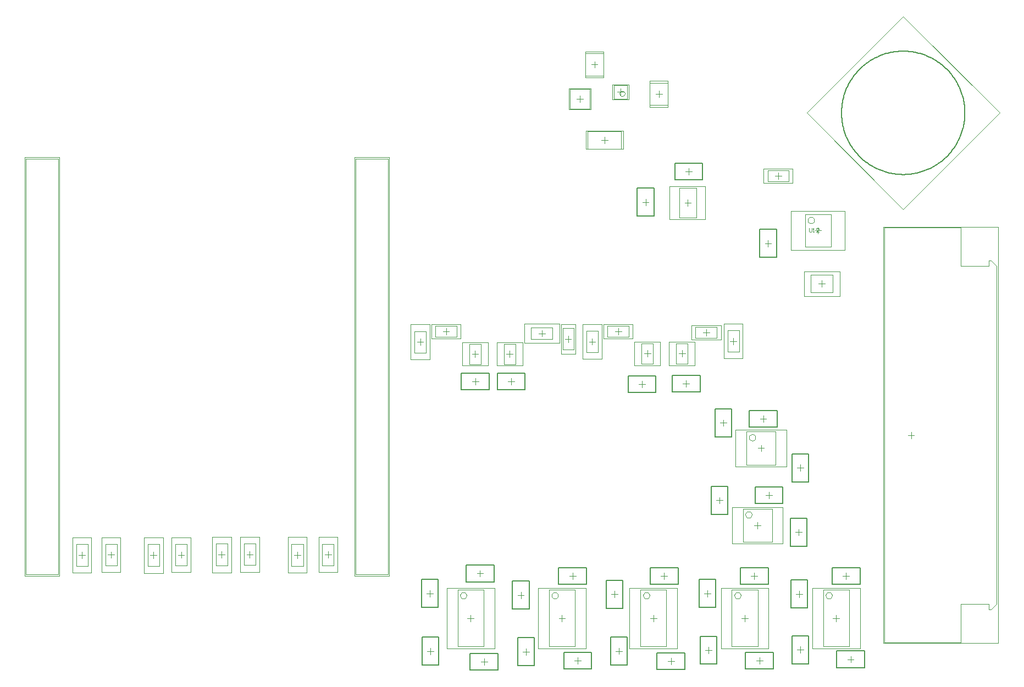
<source format=gm1>
G04*
G04 #@! TF.GenerationSoftware,Altium Limited,Altium Designer,19.0.15 (446)*
G04*
G04 Layer_Color=16711935*
%FSLAX25Y25*%
%MOIN*%
G70*
G01*
G75*
%ADD11C,0.00394*%
%ADD14C,0.00787*%
%ADD17C,0.00197*%
D11*
X483280Y270843D02*
Y268875D01*
X483673Y268481D01*
X484460D01*
X484854Y268875D01*
Y270843D01*
X485641Y268481D02*
X486428D01*
X486034D01*
Y270843D01*
X485641Y270449D01*
X489183Y268481D02*
X487609D01*
X489183Y270056D01*
Y270449D01*
X488790Y270843D01*
X488002D01*
X487609Y270449D01*
X483280Y270843D02*
Y268875D01*
X483673Y268481D01*
X484460D01*
X484854Y268875D01*
Y270843D01*
X485641Y268481D02*
X486428D01*
X486034D01*
Y270843D01*
X485641Y270449D01*
X489183Y268481D02*
X487609D01*
X489183Y270056D01*
Y270449D01*
X488790Y270843D01*
X488002D01*
X487609Y270449D01*
X450787Y143976D02*
X450524Y144961D01*
X449803Y145681D01*
X448819Y145945D01*
X447835Y145681D01*
X447114Y144961D01*
X446850Y143976D01*
X447114Y142992D01*
X447835Y142272D01*
X448819Y142008D01*
X449803Y142272D01*
X450524Y142992D01*
X450787Y143976D01*
X448701Y97165D02*
X448437Y98150D01*
X447717Y98870D01*
X446732Y99134D01*
X445748Y98870D01*
X445027Y98150D01*
X444764Y97165D01*
X445027Y96181D01*
X445748Y95461D01*
X446732Y95197D01*
X447717Y95461D01*
X448437Y96181D01*
X448701Y97165D01*
X371488Y352571D02*
X371187Y353497D01*
X370400Y354069D01*
X369427D01*
X368639Y353497D01*
X368339Y352571D01*
X368639Y351645D01*
X369427Y351073D01*
X370400D01*
X371187Y351645D01*
X371488Y352571D01*
X486417Y275781D02*
X486154Y276765D01*
X485433Y277485D01*
X484449Y277749D01*
X483465Y277485D01*
X482744Y276765D01*
X482480Y275781D01*
X482744Y274796D01*
X483465Y274076D01*
X484449Y273812D01*
X485433Y274076D01*
X486154Y274796D01*
X486417Y275781D01*
X497312Y48156D02*
X497048Y49140D01*
X496328Y49861D01*
X495343Y50125D01*
X494359Y49861D01*
X493639Y49140D01*
X493375Y48156D01*
X493639Y47172D01*
X494359Y46451D01*
X495343Y46188D01*
X496328Y46451D01*
X497048Y47172D01*
X497312Y48156D01*
X441901Y48156D02*
X441638Y49140D01*
X440917Y49861D01*
X439933Y50125D01*
X438948Y49861D01*
X438228Y49140D01*
X437964Y48156D01*
X438228Y47172D01*
X438948Y46451D01*
X439933Y46188D01*
X440917Y46451D01*
X441638Y47172D01*
X441901Y48156D01*
X386491Y48156D02*
X386227Y49140D01*
X385506Y49861D01*
X384522Y50125D01*
X383538Y49861D01*
X382817Y49140D01*
X382554Y48156D01*
X382817Y47172D01*
X383538Y46451D01*
X384522Y46188D01*
X385506Y46451D01*
X386227Y47172D01*
X386491Y48156D01*
X331080D02*
X330816Y49140D01*
X330096Y49861D01*
X329111Y50125D01*
X328127Y49861D01*
X327407Y49140D01*
X327143Y48156D01*
X327407Y47172D01*
X328127Y46451D01*
X329111Y46188D01*
X330096Y46451D01*
X330816Y47172D01*
X331080Y48156D01*
X275669D02*
X275406Y49140D01*
X274685Y49861D01*
X273701Y50125D01*
X272716Y49861D01*
X271996Y49140D01*
X271732Y48156D01*
X271996Y47172D01*
X272716Y46451D01*
X273701Y46188D01*
X274685Y46451D01*
X275406Y47172D01*
X275669Y48156D01*
X386732Y345630D02*
Y359016D01*
X397756Y345630D02*
Y359016D01*
X386732Y345630D02*
X397756D01*
X386732Y359016D02*
X397756D01*
X244036Y195433D02*
Y208425D01*
X250925Y195433D02*
Y208425D01*
X244036Y195433D02*
X250925D01*
X244036Y208425D02*
X250925D01*
X404646Y277323D02*
Y295433D01*
X414882Y277323D02*
Y295433D01*
X404646D02*
X414882D01*
X404646Y277323D02*
X414882D01*
X458130Y305925D02*
X470925D01*
X458130Y299429D02*
X470925D01*
X458130D02*
Y305925D01*
X470925Y299429D02*
Y305925D01*
X381670Y188780D02*
X388757D01*
X381670Y200984D02*
X388757D01*
Y188780D02*
Y200984D01*
X381670Y188780D02*
Y200984D01*
X445276Y127441D02*
X462992D01*
X445276Y147520D02*
X462992D01*
Y127441D02*
Y147520D01*
X445276Y127441D02*
Y147520D01*
X123543Y79567D02*
X130630D01*
X123543Y66181D02*
X130630D01*
Y79567D01*
X123543Y66181D02*
Y79567D01*
X443189Y80630D02*
Y100709D01*
X460906Y80630D02*
Y100709D01*
X443189D02*
X460906D01*
X443189Y80630D02*
X460906D01*
X298167Y188465D02*
Y200669D01*
X305253Y188465D02*
Y200669D01*
X298167D02*
X305253D01*
X298167Y188465D02*
X305253D01*
X277222D02*
Y200669D01*
X284308Y188465D02*
Y200669D01*
X277222D02*
X284308D01*
X277222Y188465D02*
X284308D01*
X402615Y188780D02*
Y200984D01*
X409702Y188780D02*
Y200984D01*
X402615D02*
X409702D01*
X402615Y188780D02*
X409702D01*
X373063Y349421D02*
Y357689D01*
X364795Y349421D02*
Y357689D01*
Y349421D02*
X373063D01*
X364795Y357689D02*
X373063D01*
X338346Y343386D02*
X350157D01*
Y355197D01*
X338346D02*
X350157D01*
X338346Y343386D02*
Y355197D01*
X227886Y61008D02*
Y313016D01*
X208398D02*
X227886D01*
X208398Y61008D02*
Y313016D01*
Y61008D02*
X227886D01*
X497716Y231929D02*
Y242559D01*
X484331Y231929D02*
Y242559D01*
Y231929D02*
X497716D01*
X484331Y242559D02*
X497716D01*
X348976Y319095D02*
Y329724D01*
X369449Y319095D02*
Y329724D01*
X348976D02*
X369449D01*
X348976Y319095D02*
X369449D01*
X480905Y259639D02*
X496654D01*
X480905Y279324D02*
X496654D01*
Y259639D02*
Y279324D01*
X480905Y259639D02*
Y279324D01*
X575628Y247988D02*
X592203D01*
X575274D02*
Y270913D01*
X528819Y271220D02*
X575274D01*
X528818Y19607D02*
X575275D01*
X528819Y19606D02*
Y271220D01*
X575276Y19606D02*
Y42834D01*
X575280Y42838D01*
X592205D01*
X596929Y42834D02*
Y247992D01*
X593780Y251141D02*
X596929Y247992D01*
X592205Y251141D02*
X593780D01*
X592205Y247990D02*
Y251141D01*
X593780Y39685D02*
X596929Y42834D01*
X592205Y39685D02*
X593780D01*
X592205D02*
Y42838D01*
X333798Y197165D02*
X340491D01*
X333798Y210157D02*
X340491D01*
X333798Y197165D02*
Y210157D01*
X340491Y197165D02*
Y210157D01*
X491800Y17152D02*
Y51601D01*
X507548Y17152D02*
Y51601D01*
X491800D02*
X507548D01*
X491800Y17152D02*
X507548D01*
X140650Y79567D02*
X147539D01*
X140650Y66575D02*
X147539D01*
Y79567D01*
X140650Y66575D02*
Y79567D01*
X82205Y65905D02*
Y79291D01*
X89291Y65905D02*
Y79291D01*
X82205Y65905D02*
X89291D01*
X82205Y79291D02*
X89291D01*
X169449Y79409D02*
X176535D01*
X169449Y66024D02*
X176535D01*
Y79409D01*
X169449Y66024D02*
Y79409D01*
X188090Y79410D02*
X194980D01*
X188090Y66418D02*
X194980D01*
Y79410D01*
X188090Y66418D02*
Y79410D01*
X38858Y79331D02*
X45945D01*
X38858Y65945D02*
X45945D01*
Y79331D01*
X38858Y65945D02*
Y79331D01*
X56594Y79331D02*
X63484D01*
X56594Y66339D02*
X63484D01*
Y79331D01*
X56594Y66339D02*
Y79331D01*
X99035Y79292D02*
X105925D01*
X99035Y66299D02*
X105925D01*
Y79292D01*
X99035Y66299D02*
Y79292D01*
X436389Y17152D02*
Y51601D01*
X452137Y17152D02*
Y51601D01*
X436389D02*
X452137D01*
X436389Y17152D02*
X452137D01*
X380979D02*
Y51601D01*
X396727Y17152D02*
Y51601D01*
X380979D02*
X396727D01*
X380979Y17152D02*
X396727D01*
X325568D02*
Y51601D01*
X341316Y17152D02*
Y51601D01*
X325568D02*
X341316D01*
X325568Y17152D02*
X341316D01*
X270157D02*
Y51601D01*
X285905Y17152D02*
Y51601D01*
X270157D02*
X285905D01*
X270157Y17152D02*
X285905D01*
X374016Y204921D02*
Y211614D01*
X361024Y204921D02*
Y211614D01*
Y204921D02*
X374016D01*
X361024Y211614D02*
X374016D01*
X348327Y208622D02*
X355217D01*
X348327Y195630D02*
X355217D01*
Y208622D01*
X348327Y195630D02*
Y208622D01*
X433957Y208937D02*
X440847D01*
X433957Y195945D02*
X440847D01*
Y208937D01*
X433957Y195945D02*
Y208937D01*
X414449Y204291D02*
Y210984D01*
X427441Y204291D02*
Y210984D01*
X414449D02*
X427441D01*
X414449Y204291D02*
X427441D01*
X269646Y204961D02*
Y211653D01*
X256654Y204961D02*
Y211653D01*
Y204961D02*
X269646D01*
X256654Y211653D02*
X269646D01*
X327695Y203681D02*
Y210571D01*
X314703Y203681D02*
Y210571D01*
Y203681D02*
X327695D01*
X314703Y210571D02*
X327695D01*
X27886Y61008D02*
Y313016D01*
X8398D02*
X27886D01*
X8398Y61008D02*
Y313016D01*
Y61008D02*
X27886D01*
X347638Y363464D02*
X358661D01*
X347638Y376850D02*
X358661D01*
X347638Y363464D02*
Y376850D01*
X358661Y363464D02*
Y376850D01*
X390276Y352323D02*
X394213D01*
X392244Y350354D02*
Y354291D01*
X422362Y12992D02*
Y16929D01*
X420394Y14961D02*
X424331D01*
X367874Y12480D02*
Y16417D01*
X365906Y14449D02*
X369843D01*
X284291Y7992D02*
X288228D01*
X286260Y6024D02*
Y9961D01*
X311732Y12087D02*
Y16024D01*
X309764Y14055D02*
X313701D01*
X245512Y201929D02*
X249449D01*
X247480Y199961D02*
Y203898D01*
X407795Y286378D02*
X411732D01*
X409764Y284409D02*
Y288346D01*
X464528Y300709D02*
Y304646D01*
X462559Y302677D02*
X466496D01*
X408701Y174646D02*
Y178583D01*
X406732Y176614D02*
X410669D01*
X381969Y174449D02*
Y178386D01*
X380000Y176417D02*
X383937D01*
X302638Y176024D02*
Y179961D01*
X300669Y177992D02*
X304606D01*
X280827Y176024D02*
Y179961D01*
X278858Y177992D02*
X282795D01*
X253504Y12365D02*
Y16302D01*
X251535Y14334D02*
X255472D01*
X281811Y61496D02*
X285748D01*
X283780Y59528D02*
Y63465D01*
X340984Y8583D02*
X344921D01*
X342953Y6614D02*
Y10551D01*
X397598Y8228D02*
X401535D01*
X399567Y6260D02*
Y10197D01*
X419528Y49409D02*
X423465D01*
X421496Y47441D02*
Y51378D01*
X503780Y60000D02*
X507717D01*
X505748Y58032D02*
Y61969D01*
X506496Y9449D02*
X510433D01*
X508465Y7480D02*
Y11417D01*
X451220Y8622D02*
X455157D01*
X453189Y6654D02*
Y10591D01*
X478071Y13268D02*
Y17205D01*
X476102Y15236D02*
X480039D01*
X475394Y49094D02*
X479331D01*
X477362Y47126D02*
Y51063D01*
X481902Y340857D02*
X540363Y282396D01*
X481902Y340857D02*
X540363Y399319D01*
X598825Y340857D01*
X540363Y282396D02*
X598825Y340857D01*
X385214Y192913D02*
Y196850D01*
X383245Y194882D02*
X387182D01*
X454134Y135512D02*
Y139449D01*
X452165Y137480D02*
X456102D01*
X448071Y59921D02*
X452008D01*
X450039Y57953D02*
Y61890D01*
X393425Y60000D02*
X397362D01*
X395394Y58032D02*
Y61969D01*
X337874Y59921D02*
X341811D01*
X339843Y57953D02*
Y61890D01*
X458454Y259750D02*
Y263687D01*
X456485Y261719D02*
X460422D01*
X408296Y305301D02*
X412233D01*
X410265Y303333D02*
Y307270D01*
X384134Y284764D02*
Y288701D01*
X382165Y286732D02*
X386102D01*
X127087Y70906D02*
Y74843D01*
X125118Y72874D02*
X129055D01*
X365197Y46929D02*
Y50866D01*
X363228Y48898D02*
X367165D01*
X308465Y46417D02*
Y50354D01*
X306496Y48386D02*
X310433D01*
X253346Y47402D02*
Y51339D01*
X251378Y49370D02*
X255315D01*
X477992Y123583D02*
Y127520D01*
X476024Y125551D02*
X479961D01*
X476969Y84528D02*
Y88465D01*
X475000Y86496D02*
X478937D01*
X453504Y155407D02*
X457441D01*
X455472Y153438D02*
Y157375D01*
X457008Y108937D02*
X460945D01*
X458976Y106969D02*
Y110906D01*
X428858Y103858D02*
Y107795D01*
X426890Y105827D02*
X430827D01*
X431378Y150866D02*
Y154803D01*
X429409Y152835D02*
X433346D01*
X450079Y90669D02*
X454016D01*
X452047Y88701D02*
Y92638D01*
X299741Y194567D02*
X303678D01*
X301710Y192598D02*
Y196535D01*
X278797Y194567D02*
X282734D01*
X280765Y192598D02*
Y196535D01*
X404190Y194882D02*
X408127D01*
X406158Y192913D02*
Y196850D01*
X366961Y353555D02*
X370898D01*
X368929Y351587D02*
Y355524D01*
X344252Y347323D02*
Y351260D01*
X342283Y349291D02*
X346220D01*
X489055Y237244D02*
X492992D01*
X491024Y235276D02*
Y239213D01*
X357244Y324409D02*
X361181D01*
X359213Y322441D02*
Y326378D01*
X488780Y267513D02*
Y271450D01*
X486811Y269481D02*
X490748D01*
X545128Y143444D02*
Y147381D01*
X543159Y145413D02*
X547096D01*
X337145Y201693D02*
Y205630D01*
X335176Y203661D02*
X339113D01*
X497706Y34377D02*
X501643D01*
X499674Y32408D02*
Y36345D01*
X144094Y71103D02*
Y75040D01*
X142126Y73071D02*
X146063D01*
X83780Y72598D02*
X87717D01*
X85748Y70630D02*
Y74567D01*
X172992Y70748D02*
Y74685D01*
X171024Y72716D02*
X174961D01*
X191535Y70945D02*
Y74882D01*
X189567Y72914D02*
X193504D01*
X42402Y70669D02*
Y74606D01*
X40433Y72638D02*
X44370D01*
X60039Y70866D02*
Y74803D01*
X58071Y72835D02*
X62008D01*
X102480Y70827D02*
Y74764D01*
X100512Y72795D02*
X104449D01*
X442295Y34377D02*
X446232D01*
X444263Y32408D02*
Y36345D01*
X386884Y34377D02*
X390821D01*
X388853Y32408D02*
Y36345D01*
X331474Y34377D02*
X335411D01*
X333442Y32408D02*
Y36345D01*
X276063Y34377D02*
X280000D01*
X278031Y32408D02*
Y36345D01*
X365551Y208268D02*
X369488D01*
X367520Y206299D02*
Y210236D01*
X351772Y200158D02*
Y204095D01*
X349803Y202126D02*
X353740D01*
X437402Y200472D02*
Y204409D01*
X435433Y202441D02*
X439370D01*
X418976Y207638D02*
X422913D01*
X420945Y205669D02*
Y209606D01*
X261181Y208307D02*
X265118D01*
X263150Y206339D02*
Y210276D01*
X319231Y207126D02*
X323168D01*
X321199Y205157D02*
Y209094D01*
X353150Y368189D02*
Y372126D01*
X351181Y370157D02*
X355118D01*
D14*
X566810Y314410D02*
X567505Y315124D01*
X568180Y315856D01*
X568836Y316605D01*
X569471Y317371D01*
X570086Y318155D01*
X570680Y318954D01*
X571252Y319769D01*
X571803Y320599D01*
X572331Y321443D01*
X572836Y322301D01*
X573319Y323171D01*
X573778Y324055D01*
X574214Y324951D01*
X574625Y325857D01*
X575012Y326775D01*
X575375Y327702D01*
X575713Y328639D01*
X576025Y329584D01*
X576313Y330537D01*
X576575Y331498D01*
X576811Y332465D01*
X577022Y333439D01*
X577206Y334417D01*
X577364Y335400D01*
X577497Y336387D01*
X577602Y337377D01*
X577682Y338370D01*
X577735Y339364D01*
X577761Y340359D01*
Y341355D01*
X577735Y342351D01*
X577682Y343345D01*
X577602Y344337D01*
X577497Y345327D01*
X577364Y346315D01*
X577206Y347298D01*
X577022Y348276D01*
X576811Y349249D01*
X576575Y350217D01*
X576313Y351177D01*
X576025Y352131D01*
X575713Y353076D01*
X575375Y354013D01*
X575012Y354940D01*
X574625Y355857D01*
X574214Y356764D01*
X573778Y357660D01*
X573319Y358543D01*
X572836Y359414D01*
X572331Y360272D01*
X571803Y361116D01*
X571252Y361946D01*
X570680Y362761D01*
X570086Y363560D01*
X569471Y364343D01*
X568836Y365110D01*
X568180Y365859D01*
X567505Y366591D01*
X566810Y367304D01*
X566097Y367999D01*
X565365Y368674D01*
X564616Y369330D01*
X563849Y369966D01*
X563066Y370580D01*
X562267Y371174D01*
X561452Y371746D01*
X560622Y372297D01*
X559778Y372825D01*
X558920Y373331D01*
X558049Y373813D01*
X557165Y374272D01*
X556270Y374708D01*
X555363Y375119D01*
X554446Y375506D01*
X553518Y375869D01*
X552582Y376207D01*
X551637Y376519D01*
X550683Y376807D01*
X549722Y377069D01*
X548755Y377305D01*
X547782Y377516D01*
X546804Y377700D01*
X545820Y377859D01*
X544834Y377991D01*
X543843Y378097D01*
X542851Y378176D01*
X541856Y378229D01*
X540861Y378256D01*
X539865Y378256D01*
X538870Y378229D01*
X537876Y378176D01*
X536883Y378097D01*
X535893Y377991D01*
X534906Y377859D01*
X533923Y377700D01*
X532945Y377516D01*
X531971Y377305D01*
X531004Y377069D01*
X530043Y376807D01*
X529090Y376520D01*
X528145Y376207D01*
X527208Y375869D01*
X526281Y375506D01*
X525363Y375119D01*
X524457Y374708D01*
X523561Y374272D01*
X522677Y373813D01*
X521806Y373331D01*
X520949Y372825D01*
X520104Y372297D01*
X519275Y371747D01*
X518460Y371174D01*
X517661Y370581D01*
X516877Y369966D01*
X516111Y369330D01*
X515361Y368674D01*
X514630Y367999D01*
X513916Y367304D01*
X513916Y367304D02*
X513222Y366591D01*
X512546Y365859D01*
X511890Y365110D01*
X511255Y364343D01*
X510640Y363560D01*
X510046Y362761D01*
X509474Y361946D01*
X508923Y361116D01*
X508395Y360272D01*
X507890Y359414D01*
X507407Y358543D01*
X506948Y357660D01*
X506513Y356764D01*
X506101Y355857D01*
X505714Y354940D01*
X505351Y354013D01*
X505014Y353076D01*
X504701Y352131D01*
X504414Y351177D01*
X504151Y350217D01*
X503915Y349249D01*
X503705Y348276D01*
X503520Y347298D01*
X503362Y346315D01*
X503230Y345328D01*
X503124Y344338D01*
X503044Y343345D01*
X502991Y342351D01*
X502965Y341355D01*
Y340359D01*
X502991Y339364D01*
X503044Y338370D01*
X503124Y337377D01*
X503230Y336387D01*
X503362Y335400D01*
X503520Y334417D01*
X503705Y333439D01*
X503915Y332466D01*
X504151Y331498D01*
X504414Y330538D01*
X504701Y329584D01*
X505014Y328639D01*
X505351Y327702D01*
X505714Y326775D01*
X506101Y325857D01*
X506513Y324951D01*
X506948Y324055D01*
X507407Y323172D01*
X507890Y322301D01*
X508395Y321443D01*
X508923Y320599D01*
X509474Y319769D01*
X510046Y318954D01*
X510640Y318155D01*
X511255Y317372D01*
X511890Y316605D01*
X512546Y315856D01*
X513222Y315124D01*
X513916Y314410D01*
X514630Y313716D01*
X515361Y313040D01*
X516111Y312385D01*
X516877Y311749D01*
X517660Y311134D01*
X518460Y310541D01*
X519274Y309968D01*
X520104Y309418D01*
X520948Y308890D01*
X521806Y308384D01*
X522677Y307902D01*
X523561Y307442D01*
X524456Y307007D01*
X525363Y306595D01*
X526280Y306208D01*
X527208Y305846D01*
X528144Y305508D01*
X529090Y305195D01*
X530043Y304908D01*
X531004Y304646D01*
X531971Y304409D01*
X532944Y304199D01*
X533923Y304014D01*
X534906Y303856D01*
X535893Y303724D01*
X536883Y303618D01*
X537875Y303539D01*
X538870Y303486D01*
X539865Y303459D01*
X540861Y303459D01*
X541856Y303486D01*
X542851Y303539D01*
X543843Y303618D01*
X544833Y303724D01*
X545820Y303856D01*
X546803Y304014D01*
X547782Y304199D01*
X548755Y304409D01*
X549722Y304646D01*
X550683Y304908D01*
X551636Y305195D01*
X552582Y305508D01*
X553518Y305846D01*
X554446Y306208D01*
X555363Y306595D01*
X556270Y307007D01*
X557165Y307442D01*
X558049Y307901D01*
X558920Y308384D01*
X559778Y308889D01*
X560622Y309418D01*
X561452Y309968D01*
X562266Y310540D01*
X563066Y311134D01*
X563849Y311749D01*
X564615Y312385D01*
X565365Y313040D01*
X566096Y313716D01*
X566810Y314410D01*
X417330Y6484D02*
Y23437D01*
X427394D01*
Y6484D02*
Y23437D01*
X417330Y6484D02*
X427394D01*
X362842Y5972D02*
Y22926D01*
X372906D01*
Y5972D02*
Y22926D01*
X362842Y5972D02*
X372906D01*
X277783Y2960D02*
X294737D01*
X277783D02*
Y13024D01*
X294737D01*
Y2960D02*
Y13024D01*
X306700Y5578D02*
Y22532D01*
X316764D01*
Y5578D02*
Y22532D01*
X306700Y5578D02*
X316764D01*
X400224Y171582D02*
Y181646D01*
Y171582D02*
X417178D01*
Y181646D01*
X400224D02*
X417178D01*
X373492Y171385D02*
Y181449D01*
Y171385D02*
X390445D01*
Y181449D01*
X373492D02*
X390445D01*
X294161Y172960D02*
Y183024D01*
Y172960D02*
X311115D01*
Y183024D01*
X294161D02*
X311115D01*
X272350Y172960D02*
Y183024D01*
Y172960D02*
X289304D01*
Y183024D01*
X272350D02*
X289304D01*
X248472Y5857D02*
Y22811D01*
X258536D01*
Y5857D02*
Y22811D01*
X248472Y5857D02*
X258536D01*
X275303Y56464D02*
X292256D01*
X275303D02*
Y66528D01*
X292256D01*
Y56464D02*
Y66528D01*
X334476Y3551D02*
X351430D01*
X334476D02*
Y13615D01*
X351430D01*
Y3551D02*
Y13615D01*
X391090Y3196D02*
X408044D01*
X391090D02*
Y13260D01*
X408044D01*
Y3196D02*
Y13260D01*
X416464Y57886D02*
X426528D01*
X416464Y40933D02*
Y57886D01*
Y40933D02*
X426528D01*
Y57886D01*
X497271Y54968D02*
X514225D01*
X497271D02*
Y65032D01*
X514225D01*
Y54968D02*
Y65032D01*
X499988Y4417D02*
X516941D01*
X499988D02*
Y14481D01*
X516941D01*
Y4417D02*
Y14481D01*
X444712Y3590D02*
X461666D01*
X444712D02*
Y13654D01*
X461666D01*
Y3590D02*
Y13654D01*
X473039Y6759D02*
Y23713D01*
X483103D01*
Y6759D02*
Y23713D01*
X473039Y6759D02*
X483103D01*
X472330Y57571D02*
X482394D01*
X472330Y40618D02*
Y57571D01*
Y40618D02*
X482394D01*
Y57571D01*
X441563Y54889D02*
X458516D01*
X441563D02*
Y64953D01*
X458516D01*
Y54889D02*
Y64953D01*
X386917Y54968D02*
X403870D01*
X386917D02*
Y65032D01*
X403870D01*
Y54968D02*
Y65032D01*
X331366Y54889D02*
X348319D01*
X331366D02*
Y64953D01*
X348319D01*
Y54889D02*
Y64953D01*
X453422Y253242D02*
Y270195D01*
X463486D01*
Y253242D02*
Y270195D01*
X453422Y253242D02*
X463486D01*
X401788Y310333D02*
X418741D01*
Y300269D02*
Y310333D01*
X401788Y300269D02*
X418741D01*
X401788D02*
Y310333D01*
X389166Y278256D02*
Y295209D01*
X379102Y278256D02*
X389166D01*
X379102D02*
Y295209D01*
X389166D01*
X370229Y40421D02*
Y57374D01*
X360165Y40421D02*
X370229D01*
X360165D02*
Y57374D01*
X370229D01*
X313496Y39909D02*
Y56863D01*
X303433Y39909D02*
X313496D01*
X303433D02*
Y56863D01*
X313496D01*
X258378Y40893D02*
Y57847D01*
X248315Y40893D02*
X258378D01*
X248315D02*
Y57847D01*
X258378D01*
X483024Y117074D02*
Y134028D01*
X472960Y117074D02*
X483024D01*
X472960D02*
Y134028D01*
X483024D01*
X482000Y78019D02*
Y94973D01*
X471937Y78019D02*
X482000D01*
X471937D02*
Y94973D01*
X482000D01*
X446996Y150375D02*
X463949D01*
X446996D02*
Y160439D01*
X463949D01*
Y150375D02*
Y160439D01*
X450500Y103905D02*
X467453D01*
X450500D02*
Y113969D01*
X467453D01*
Y103905D02*
Y113969D01*
X423826Y97350D02*
Y114304D01*
X433890D01*
Y97350D02*
Y114304D01*
X423826Y97350D02*
X433890D01*
X426346Y144358D02*
Y161311D01*
X436410D01*
Y144358D02*
Y161311D01*
X426346Y144358D02*
X436410D01*
D17*
X386732Y344449D02*
Y360197D01*
X397756Y344449D02*
Y360197D01*
X386732Y344449D02*
X397756D01*
X386732Y360197D02*
X397756D01*
X241772Y191299D02*
Y212559D01*
X253189Y191299D02*
Y212559D01*
X241772Y191299D02*
X253189D01*
X241772Y212559D02*
X253189D01*
X398543Y276339D02*
Y296417D01*
X420197Y276339D02*
Y296417D01*
X398543D02*
X420197D01*
X398543Y276339D02*
X420197D01*
X455669Y307008D02*
X473386D01*
X455669Y298346D02*
X473386D01*
X455669D02*
Y307008D01*
X473386Y298346D02*
Y307008D01*
X377340Y187795D02*
X393088D01*
X377340Y201969D02*
X393088D01*
Y187795D02*
Y201969D01*
X377340Y187795D02*
Y201969D01*
X438780Y126457D02*
X469488D01*
X438780Y148504D02*
X469488D01*
Y126457D02*
Y148504D01*
X438780Y126457D02*
Y148504D01*
X121378Y83701D02*
X132795D01*
X121378Y62047D02*
X132795D01*
Y83701D01*
X121378Y62047D02*
Y83701D01*
X436693Y79646D02*
Y101693D01*
X467402Y79646D02*
Y101693D01*
X436693D02*
X467402D01*
X436693Y79646D02*
X467402D01*
X293836Y187480D02*
Y201654D01*
X309584Y187480D02*
Y201654D01*
X293836D02*
X309584D01*
X293836Y187480D02*
X309584D01*
X272891D02*
Y201654D01*
X288639Y187480D02*
Y201654D01*
X272891D02*
X288639D01*
X272891Y187480D02*
X288639D01*
X398284Y187795D02*
Y201969D01*
X414033Y187795D02*
Y201969D01*
X398284D02*
X414033D01*
X398284Y187795D02*
X414033D01*
X374047Y349028D02*
Y358083D01*
X363811Y349028D02*
Y358083D01*
Y349028D02*
X374047D01*
X363811Y358083D02*
X374047D01*
X337559Y342992D02*
X350945D01*
Y355591D01*
X337559D02*
X350945D01*
X337559Y342992D02*
Y355591D01*
X228772Y60122D02*
Y313902D01*
X207512D02*
X228772D01*
X207512Y60122D02*
Y313902D01*
Y60122D02*
X228772D01*
X501850Y229764D02*
Y244724D01*
X480197Y229764D02*
Y244724D01*
Y229764D02*
X501850D01*
X480197Y244724D02*
X501850D01*
X347795Y318898D02*
Y329921D01*
X370630Y318898D02*
Y329921D01*
X347795D02*
X370630D01*
X347795Y318898D02*
X370630D01*
X472441Y257670D02*
X505118D01*
X472441Y281292D02*
X505118D01*
Y257670D02*
Y281292D01*
X472441Y257670D02*
Y281292D01*
X528423Y19212D02*
X598108D01*
Y271614D01*
X528423D02*
X598108D01*
X528423Y19212D02*
Y271614D01*
X332814Y194803D02*
X341476D01*
X332814Y212520D02*
X341476D01*
X332814Y194803D02*
Y212520D01*
X341476Y194803D02*
Y212520D01*
X485206Y16069D02*
Y52684D01*
X514143Y16069D02*
Y52684D01*
X485206D02*
X514143D01*
X485206Y16069D02*
X514143D01*
X138386Y83701D02*
X149803D01*
X138386Y62441D02*
X149803D01*
Y83701D01*
X138386Y62441D02*
Y83701D01*
X80039Y61772D02*
Y83425D01*
X91457Y61772D02*
Y83425D01*
X80039Y61772D02*
X91457D01*
X80039Y83425D02*
X91457D01*
X167283Y83543D02*
X178701D01*
X167283Y61890D02*
X178701D01*
Y83543D01*
X167283Y61890D02*
Y83543D01*
X185827Y83543D02*
X197244D01*
X185827Y62284D02*
X197244D01*
Y83543D01*
X185827Y62284D02*
Y83543D01*
X36693Y83465D02*
X48110D01*
X36693Y61811D02*
X48110D01*
Y83465D01*
X36693Y61811D02*
Y83465D01*
X54331Y83465D02*
X65748D01*
X54331Y62205D02*
X65748D01*
Y83465D01*
X54331Y62205D02*
Y83465D01*
X96772Y83425D02*
X108189D01*
X96772Y62166D02*
X108189D01*
Y83425D01*
X96772Y62166D02*
Y83425D01*
X429795Y16069D02*
Y52684D01*
X458732Y16069D02*
Y52684D01*
X429795D02*
X458732D01*
X429795Y16069D02*
X458732D01*
X374384D02*
Y52684D01*
X403321Y16069D02*
Y52684D01*
X374384D02*
X403321D01*
X374384Y16069D02*
X403321D01*
X318974D02*
Y52684D01*
X347911Y16069D02*
Y52684D01*
X318974D02*
X347911D01*
X318974Y16069D02*
X347911D01*
X263563D02*
Y52684D01*
X292500Y16069D02*
Y52684D01*
X263563D02*
X292500D01*
X263563Y16069D02*
X292500D01*
X376378Y203937D02*
Y212598D01*
X358661Y203937D02*
Y212598D01*
Y203937D02*
X376378D01*
X358661Y212598D02*
X376378D01*
X346063Y212756D02*
X357480D01*
X346063Y191496D02*
X357480D01*
Y212756D01*
X346063Y191496D02*
Y212756D01*
X431693Y213071D02*
X443110D01*
X431693Y191811D02*
X443110D01*
Y213071D01*
X431693Y191811D02*
Y213071D01*
X412087Y203307D02*
Y211968D01*
X429803Y203307D02*
Y211968D01*
X412087D02*
X429803D01*
X412087Y203307D02*
X429803D01*
X272008Y203976D02*
Y212638D01*
X254291Y203976D02*
Y212638D01*
Y203976D02*
X272008D01*
X254291Y212638D02*
X272008D01*
X331829Y201417D02*
Y212835D01*
X310569Y201417D02*
Y212835D01*
Y201417D02*
X331829D01*
X310569Y212835D02*
X331829D01*
X28772Y60122D02*
Y313902D01*
X7512D02*
X28772D01*
X7512Y60122D02*
Y313902D01*
Y60122D02*
X28772D01*
X347638Y362283D02*
X358661D01*
X347638Y378031D02*
X358661D01*
X347638Y362283D02*
Y378031D01*
X358661Y362283D02*
Y378031D01*
M02*

</source>
